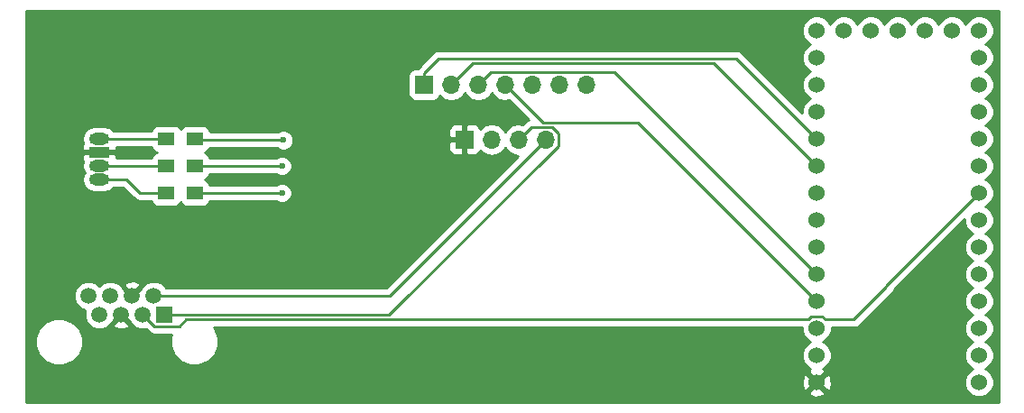
<source format=gtl>
G04 #@! TF.FileFunction,Copper,L1,Top,Signal*
%FSLAX46Y46*%
G04 Gerber Fmt 4.6, Leading zero omitted, Abs format (unit mm)*
G04 Created by KiCad (PCBNEW 4.0.7) date Thursday, May 03, 2018 'PMt' 09:58:57 PM*
%MOMM*%
%LPD*%
G01*
G04 APERTURE LIST*
%ADD10C,0.100000*%
%ADD11R,1.700000X1.700000*%
%ADD12O,1.700000X1.700000*%
%ADD13O,1.905000X1.117600*%
%ADD14R,1.905000X1.117600*%
%ADD15R,1.500000X1.500000*%
%ADD16C,1.500000*%
%ADD17R,1.500000X1.300000*%
%ADD18C,1.524000*%
%ADD19C,0.600000*%
%ADD20C,0.254000*%
G04 APERTURE END LIST*
D10*
D11*
X149845517Y-90242409D03*
D12*
X152385517Y-90242409D03*
X154925517Y-90242409D03*
X157465517Y-90242409D03*
D13*
X115570000Y-90170000D03*
D14*
X115570000Y-91440000D03*
D13*
X115570000Y-92710000D03*
X115570000Y-93980000D03*
D15*
X121680000Y-106680000D03*
D16*
X120660000Y-104900000D03*
X119640000Y-106680000D03*
X118620000Y-104900000D03*
X117600000Y-106680000D03*
X116580000Y-104900000D03*
X115560000Y-106680000D03*
X114540000Y-104900000D03*
D11*
X146050000Y-85090000D03*
D12*
X148590000Y-85090000D03*
X151130000Y-85090000D03*
X153670000Y-85090000D03*
X156210000Y-85090000D03*
X158750000Y-85090000D03*
X161290000Y-85090000D03*
D17*
X121840000Y-90170000D03*
X124540000Y-90170000D03*
X121840000Y-92710000D03*
X124540000Y-92710000D03*
X121840000Y-95250000D03*
X124540000Y-95250000D03*
D18*
X198120000Y-80010000D03*
X198120000Y-82550000D03*
X198120000Y-85090000D03*
X198120000Y-87630000D03*
X198120000Y-90170000D03*
X198120000Y-92710000D03*
X198120000Y-95250000D03*
X198120000Y-113030000D03*
X198120000Y-110490000D03*
X198120000Y-107950000D03*
X198120000Y-105410000D03*
X198120000Y-102870000D03*
X198120000Y-100330000D03*
X198120000Y-97790000D03*
X182880000Y-97790000D03*
X182880000Y-100330000D03*
X182880000Y-102870000D03*
X182880000Y-105410000D03*
X182880000Y-107950000D03*
X182880000Y-110490000D03*
X182880000Y-113030000D03*
X182880000Y-95250000D03*
X182880000Y-92710000D03*
X182880000Y-90170000D03*
X182880000Y-87630000D03*
X182880000Y-85090000D03*
X182880000Y-82550000D03*
X182880000Y-80010000D03*
X185420000Y-80010000D03*
X187960000Y-80010000D03*
X190500000Y-80010000D03*
X193040000Y-80010000D03*
X195580000Y-80010000D03*
D19*
X132842000Y-90297000D03*
X132715000Y-92710000D03*
X132715000Y-95250000D03*
D20*
X115570000Y-92710000D02*
X121840000Y-92710000D01*
X118110000Y-93980000D02*
X119380000Y-95250000D01*
X119380000Y-95250000D02*
X121840000Y-95250000D01*
X115570000Y-93980000D02*
X118110000Y-93980000D01*
X121680000Y-106680000D02*
X142769888Y-106680000D01*
X158642518Y-89677448D02*
X158030478Y-89065408D01*
X142769888Y-106680000D02*
X158642518Y-90807370D01*
X158642518Y-90807370D02*
X158642518Y-89677448D01*
X158030478Y-89065408D02*
X156102518Y-89065408D01*
X156102518Y-89065408D02*
X155775516Y-89392410D01*
X155775516Y-89392410D02*
X154925517Y-90242409D01*
X120660000Y-104900000D02*
X142807926Y-104900000D01*
X142807926Y-104900000D02*
X157465517Y-90242409D01*
X119640000Y-106680000D02*
X120717001Y-107757001D01*
X189410999Y-104086001D02*
X189410999Y-103959001D01*
X120717001Y-107757001D02*
X123071037Y-107757001D01*
X123071037Y-107757001D02*
X123694028Y-107134010D01*
X123694028Y-107134010D02*
X182084268Y-107134010D01*
X183402721Y-106860999D02*
X183675732Y-107134010D01*
X182084268Y-107134010D02*
X182357279Y-106860999D01*
X182357279Y-106860999D02*
X183402721Y-106860999D01*
X183675732Y-107134010D02*
X186362990Y-107134010D01*
X186362990Y-107134010D02*
X189410999Y-104086001D01*
X189410999Y-103959001D02*
X197358001Y-96011999D01*
X197358001Y-96011999D02*
X198120000Y-95250000D01*
X182880000Y-90170000D02*
X175313990Y-82603990D01*
X175313990Y-82603990D02*
X147432010Y-82603990D01*
X147432010Y-82603990D02*
X146050000Y-83986000D01*
X146050000Y-83986000D02*
X146050000Y-85090000D01*
X182880000Y-92710000D02*
X173228000Y-83058000D01*
X173228000Y-83058000D02*
X150622000Y-83058000D01*
X150622000Y-83058000D02*
X149439999Y-84240001D01*
X149439999Y-84240001D02*
X148590000Y-85090000D01*
X182880000Y-102870000D02*
X163922999Y-83912999D01*
X163922999Y-83912999D02*
X152307001Y-83912999D01*
X152307001Y-83912999D02*
X151979999Y-84240001D01*
X151979999Y-84240001D02*
X151130000Y-85090000D01*
X182880000Y-105410000D02*
X166081398Y-88611398D01*
X166081398Y-88611398D02*
X157191398Y-88611398D01*
X157191398Y-88611398D02*
X154519999Y-85939999D01*
X154519999Y-85939999D02*
X153670000Y-85090000D01*
X132842000Y-90297000D02*
X124667000Y-90297000D01*
X124667000Y-90297000D02*
X124540000Y-90170000D01*
X124540000Y-92710000D02*
X132715000Y-92710000D01*
X132715000Y-95250000D02*
X124540000Y-95250000D01*
X115570000Y-90170000D02*
X121840000Y-90170000D01*
G36*
X199950000Y-114860000D02*
X108660000Y-114860000D01*
X108660000Y-114010213D01*
X182079392Y-114010213D01*
X182148857Y-114252397D01*
X182672302Y-114439144D01*
X183227368Y-114411362D01*
X183611143Y-114252397D01*
X183680608Y-114010213D01*
X182880000Y-113209605D01*
X182079392Y-114010213D01*
X108660000Y-114010213D01*
X108660000Y-112822302D01*
X181470856Y-112822302D01*
X181498638Y-113377368D01*
X181657603Y-113761143D01*
X181899787Y-113830608D01*
X182700395Y-113030000D01*
X183059605Y-113030000D01*
X183860213Y-113830608D01*
X184102397Y-113761143D01*
X184289144Y-113237698D01*
X184261362Y-112682632D01*
X184102397Y-112298857D01*
X183860213Y-112229392D01*
X183059605Y-113030000D01*
X182700395Y-113030000D01*
X181899787Y-112229392D01*
X181657603Y-112298857D01*
X181470856Y-112822302D01*
X108660000Y-112822302D01*
X108660000Y-109662619D01*
X109524613Y-109662619D01*
X109864155Y-110484372D01*
X110492321Y-111113636D01*
X111313481Y-111454611D01*
X112202619Y-111455387D01*
X113024372Y-111115845D01*
X113653636Y-110487679D01*
X113994611Y-109666519D01*
X113995387Y-108777381D01*
X113655845Y-107955628D01*
X113027679Y-107326364D01*
X112206519Y-106985389D01*
X111317381Y-106984613D01*
X110495628Y-107324155D01*
X109866364Y-107952321D01*
X109525389Y-108773481D01*
X109524613Y-109662619D01*
X108660000Y-109662619D01*
X108660000Y-105174285D01*
X113154760Y-105174285D01*
X113365169Y-105683515D01*
X113754436Y-106073461D01*
X114230174Y-106271005D01*
X114175241Y-106403298D01*
X114174760Y-106954285D01*
X114385169Y-107463515D01*
X114774436Y-107853461D01*
X115283298Y-108064759D01*
X115834285Y-108065240D01*
X116343515Y-107854831D01*
X116547183Y-107651517D01*
X116808088Y-107651517D01*
X116876077Y-107892460D01*
X117395171Y-108077201D01*
X117945448Y-108049230D01*
X118323923Y-107892460D01*
X118391912Y-107651517D01*
X117600000Y-106859605D01*
X116808088Y-107651517D01*
X116547183Y-107651517D01*
X116733461Y-107465564D01*
X116803497Y-107296898D01*
X117420395Y-106680000D01*
X117406253Y-106665858D01*
X117585858Y-106486253D01*
X117600000Y-106500395D01*
X117614143Y-106486253D01*
X117793748Y-106665858D01*
X117779605Y-106680000D01*
X118396199Y-107296594D01*
X118465169Y-107463515D01*
X118854436Y-107853461D01*
X119363298Y-108064759D01*
X119914285Y-108065240D01*
X119937866Y-108055497D01*
X120178185Y-108295816D01*
X120425396Y-108460997D01*
X120717001Y-108519001D01*
X122331058Y-108519001D01*
X122225389Y-108773481D01*
X122224613Y-109662619D01*
X122564155Y-110484372D01*
X123192321Y-111113636D01*
X124013481Y-111454611D01*
X124902619Y-111455387D01*
X125724372Y-111115845D01*
X126353636Y-110487679D01*
X126694611Y-109666519D01*
X126695387Y-108777381D01*
X126355845Y-107955628D01*
X126296331Y-107896010D01*
X181483047Y-107896010D01*
X181482758Y-108226661D01*
X181694990Y-108740303D01*
X182087630Y-109133629D01*
X182295512Y-109219949D01*
X182089697Y-109304990D01*
X181696371Y-109697630D01*
X181483243Y-110210900D01*
X181482758Y-110766661D01*
X181694990Y-111280303D01*
X182087630Y-111673629D01*
X182279727Y-111753395D01*
X182148857Y-111807603D01*
X182079392Y-112049787D01*
X182880000Y-112850395D01*
X183680608Y-112049787D01*
X183611143Y-111807603D01*
X183470682Y-111757491D01*
X183670303Y-111675010D01*
X184063629Y-111282370D01*
X184276757Y-110769100D01*
X184277242Y-110213339D01*
X184065010Y-109699697D01*
X183672370Y-109306371D01*
X183464488Y-109220051D01*
X183670303Y-109135010D01*
X184063629Y-108742370D01*
X184276757Y-108229100D01*
X184277048Y-107896010D01*
X186362990Y-107896010D01*
X186654595Y-107838006D01*
X186901805Y-107672825D01*
X189949815Y-104624816D01*
X190048833Y-104476624D01*
X190114995Y-104377606D01*
X190126161Y-104321469D01*
X196723057Y-97724573D01*
X196722758Y-98066661D01*
X196934990Y-98580303D01*
X197327630Y-98973629D01*
X197535512Y-99059949D01*
X197329697Y-99144990D01*
X196936371Y-99537630D01*
X196723243Y-100050900D01*
X196722758Y-100606661D01*
X196934990Y-101120303D01*
X197327630Y-101513629D01*
X197535512Y-101599949D01*
X197329697Y-101684990D01*
X196936371Y-102077630D01*
X196723243Y-102590900D01*
X196722758Y-103146661D01*
X196934990Y-103660303D01*
X197327630Y-104053629D01*
X197535512Y-104139949D01*
X197329697Y-104224990D01*
X196936371Y-104617630D01*
X196723243Y-105130900D01*
X196722758Y-105686661D01*
X196934990Y-106200303D01*
X197327630Y-106593629D01*
X197535512Y-106679949D01*
X197329697Y-106764990D01*
X196936371Y-107157630D01*
X196723243Y-107670900D01*
X196722758Y-108226661D01*
X196934990Y-108740303D01*
X197327630Y-109133629D01*
X197535512Y-109219949D01*
X197329697Y-109304990D01*
X196936371Y-109697630D01*
X196723243Y-110210900D01*
X196722758Y-110766661D01*
X196934990Y-111280303D01*
X197327630Y-111673629D01*
X197535512Y-111759949D01*
X197329697Y-111844990D01*
X196936371Y-112237630D01*
X196723243Y-112750900D01*
X196722758Y-113306661D01*
X196934990Y-113820303D01*
X197327630Y-114213629D01*
X197840900Y-114426757D01*
X198396661Y-114427242D01*
X198910303Y-114215010D01*
X199303629Y-113822370D01*
X199516757Y-113309100D01*
X199517242Y-112753339D01*
X199305010Y-112239697D01*
X198912370Y-111846371D01*
X198704488Y-111760051D01*
X198910303Y-111675010D01*
X199303629Y-111282370D01*
X199516757Y-110769100D01*
X199517242Y-110213339D01*
X199305010Y-109699697D01*
X198912370Y-109306371D01*
X198704488Y-109220051D01*
X198910303Y-109135010D01*
X199303629Y-108742370D01*
X199516757Y-108229100D01*
X199517242Y-107673339D01*
X199305010Y-107159697D01*
X198912370Y-106766371D01*
X198704488Y-106680051D01*
X198910303Y-106595010D01*
X199303629Y-106202370D01*
X199516757Y-105689100D01*
X199517242Y-105133339D01*
X199305010Y-104619697D01*
X198912370Y-104226371D01*
X198704488Y-104140051D01*
X198910303Y-104055010D01*
X199303629Y-103662370D01*
X199516757Y-103149100D01*
X199517242Y-102593339D01*
X199305010Y-102079697D01*
X198912370Y-101686371D01*
X198704488Y-101600051D01*
X198910303Y-101515010D01*
X199303629Y-101122370D01*
X199516757Y-100609100D01*
X199517242Y-100053339D01*
X199305010Y-99539697D01*
X198912370Y-99146371D01*
X198704488Y-99060051D01*
X198910303Y-98975010D01*
X199303629Y-98582370D01*
X199516757Y-98069100D01*
X199517242Y-97513339D01*
X199305010Y-96999697D01*
X198912370Y-96606371D01*
X198704488Y-96520051D01*
X198910303Y-96435010D01*
X199303629Y-96042370D01*
X199516757Y-95529100D01*
X199517242Y-94973339D01*
X199305010Y-94459697D01*
X198912370Y-94066371D01*
X198704488Y-93980051D01*
X198910303Y-93895010D01*
X199303629Y-93502370D01*
X199516757Y-92989100D01*
X199517242Y-92433339D01*
X199305010Y-91919697D01*
X198912370Y-91526371D01*
X198704488Y-91440051D01*
X198910303Y-91355010D01*
X199303629Y-90962370D01*
X199516757Y-90449100D01*
X199517242Y-89893339D01*
X199305010Y-89379697D01*
X198912370Y-88986371D01*
X198704488Y-88900051D01*
X198910303Y-88815010D01*
X199303629Y-88422370D01*
X199516757Y-87909100D01*
X199517242Y-87353339D01*
X199305010Y-86839697D01*
X198912370Y-86446371D01*
X198704488Y-86360051D01*
X198910303Y-86275010D01*
X199303629Y-85882370D01*
X199516757Y-85369100D01*
X199517242Y-84813339D01*
X199305010Y-84299697D01*
X198912370Y-83906371D01*
X198704488Y-83820051D01*
X198910303Y-83735010D01*
X199303629Y-83342370D01*
X199516757Y-82829100D01*
X199517242Y-82273339D01*
X199305010Y-81759697D01*
X198912370Y-81366371D01*
X198704488Y-81280051D01*
X198910303Y-81195010D01*
X199303629Y-80802370D01*
X199516757Y-80289100D01*
X199517242Y-79733339D01*
X199305010Y-79219697D01*
X198912370Y-78826371D01*
X198399100Y-78613243D01*
X197843339Y-78612758D01*
X197329697Y-78824990D01*
X196936371Y-79217630D01*
X196850051Y-79425512D01*
X196765010Y-79219697D01*
X196372370Y-78826371D01*
X195859100Y-78613243D01*
X195303339Y-78612758D01*
X194789697Y-78824990D01*
X194396371Y-79217630D01*
X194310051Y-79425512D01*
X194225010Y-79219697D01*
X193832370Y-78826371D01*
X193319100Y-78613243D01*
X192763339Y-78612758D01*
X192249697Y-78824990D01*
X191856371Y-79217630D01*
X191770051Y-79425512D01*
X191685010Y-79219697D01*
X191292370Y-78826371D01*
X190779100Y-78613243D01*
X190223339Y-78612758D01*
X189709697Y-78824990D01*
X189316371Y-79217630D01*
X189230051Y-79425512D01*
X189145010Y-79219697D01*
X188752370Y-78826371D01*
X188239100Y-78613243D01*
X187683339Y-78612758D01*
X187169697Y-78824990D01*
X186776371Y-79217630D01*
X186690051Y-79425512D01*
X186605010Y-79219697D01*
X186212370Y-78826371D01*
X185699100Y-78613243D01*
X185143339Y-78612758D01*
X184629697Y-78824990D01*
X184236371Y-79217630D01*
X184150051Y-79425512D01*
X184065010Y-79219697D01*
X183672370Y-78826371D01*
X183159100Y-78613243D01*
X182603339Y-78612758D01*
X182089697Y-78824990D01*
X181696371Y-79217630D01*
X181483243Y-79730900D01*
X181482758Y-80286661D01*
X181694990Y-80800303D01*
X182087630Y-81193629D01*
X182295512Y-81279949D01*
X182089697Y-81364990D01*
X181696371Y-81757630D01*
X181483243Y-82270900D01*
X181482758Y-82826661D01*
X181694990Y-83340303D01*
X182087630Y-83733629D01*
X182295512Y-83819949D01*
X182089697Y-83904990D01*
X181696371Y-84297630D01*
X181483243Y-84810900D01*
X181482758Y-85366661D01*
X181694990Y-85880303D01*
X182087630Y-86273629D01*
X182295512Y-86359949D01*
X182089697Y-86444990D01*
X181696371Y-86837630D01*
X181483243Y-87350900D01*
X181482942Y-87695312D01*
X175852805Y-82065175D01*
X175605595Y-81899994D01*
X175313990Y-81841990D01*
X147432010Y-81841990D01*
X147140405Y-81899994D01*
X146893194Y-82065175D01*
X145511185Y-83447185D01*
X145414048Y-83592560D01*
X145200000Y-83592560D01*
X144964683Y-83636838D01*
X144748559Y-83775910D01*
X144603569Y-83988110D01*
X144552560Y-84240000D01*
X144552560Y-85940000D01*
X144596838Y-86175317D01*
X144735910Y-86391441D01*
X144948110Y-86536431D01*
X145200000Y-86587440D01*
X146900000Y-86587440D01*
X147135317Y-86543162D01*
X147351441Y-86404090D01*
X147496431Y-86191890D01*
X147510086Y-86124459D01*
X147539946Y-86169147D01*
X148021715Y-86491054D01*
X148590000Y-86604093D01*
X149158285Y-86491054D01*
X149640054Y-86169147D01*
X149860000Y-85839974D01*
X150079946Y-86169147D01*
X150561715Y-86491054D01*
X151130000Y-86604093D01*
X151698285Y-86491054D01*
X152180054Y-86169147D01*
X152400000Y-85839974D01*
X152619946Y-86169147D01*
X153101715Y-86491054D01*
X153670000Y-86604093D01*
X154034049Y-86531679D01*
X155855010Y-88352641D01*
X155810913Y-88361412D01*
X155722777Y-88420303D01*
X155563703Y-88526592D01*
X155289566Y-88800730D01*
X154925517Y-88728316D01*
X154357232Y-88841355D01*
X153875463Y-89163262D01*
X153655517Y-89492435D01*
X153435571Y-89163262D01*
X152953802Y-88841355D01*
X152385517Y-88728316D01*
X151817232Y-88841355D01*
X151335463Y-89163262D01*
X151306114Y-89207186D01*
X151233844Y-89032711D01*
X151055216Y-88854082D01*
X150821827Y-88757409D01*
X150131267Y-88757409D01*
X149972517Y-88916159D01*
X149972517Y-90115409D01*
X149992517Y-90115409D01*
X149992517Y-90369409D01*
X149972517Y-90369409D01*
X149972517Y-91568659D01*
X150131267Y-91727409D01*
X150821827Y-91727409D01*
X151055216Y-91630736D01*
X151233844Y-91452107D01*
X151306114Y-91277632D01*
X151335463Y-91321556D01*
X151817232Y-91643463D01*
X152385517Y-91756502D01*
X152953802Y-91643463D01*
X153435571Y-91321556D01*
X153655517Y-90992383D01*
X153875463Y-91321556D01*
X154357232Y-91643463D01*
X154882375Y-91747921D01*
X142492296Y-104138000D01*
X121843721Y-104138000D01*
X121834831Y-104116485D01*
X121445564Y-103726539D01*
X120936702Y-103515241D01*
X120385715Y-103514760D01*
X119876485Y-103725169D01*
X119486539Y-104114436D01*
X119416503Y-104283102D01*
X118799605Y-104900000D01*
X118813748Y-104914143D01*
X118634143Y-105093748D01*
X118620000Y-105079605D01*
X118605858Y-105093748D01*
X118426253Y-104914143D01*
X118440395Y-104900000D01*
X117823801Y-104283406D01*
X117754831Y-104116485D01*
X117567157Y-103928483D01*
X117828088Y-103928483D01*
X118620000Y-104720395D01*
X119411912Y-103928483D01*
X119343923Y-103687540D01*
X118824829Y-103502799D01*
X118274552Y-103530770D01*
X117896077Y-103687540D01*
X117828088Y-103928483D01*
X117567157Y-103928483D01*
X117365564Y-103726539D01*
X116856702Y-103515241D01*
X116305715Y-103514760D01*
X115796485Y-103725169D01*
X115559929Y-103961313D01*
X115325564Y-103726539D01*
X114816702Y-103515241D01*
X114265715Y-103514760D01*
X113756485Y-103725169D01*
X113366539Y-104114436D01*
X113155241Y-104623298D01*
X113154760Y-105174285D01*
X108660000Y-105174285D01*
X108660000Y-90170000D01*
X113951399Y-90170000D01*
X114040087Y-90615863D01*
X113982500Y-90754890D01*
X113982500Y-91154250D01*
X114141250Y-91313000D01*
X114889812Y-91313000D01*
X115145199Y-91363800D01*
X115994801Y-91363800D01*
X116250188Y-91313000D01*
X116998750Y-91313000D01*
X117157500Y-91154250D01*
X117157500Y-90932000D01*
X120463634Y-90932000D01*
X120486838Y-91055317D01*
X120625910Y-91271441D01*
X120838110Y-91416431D01*
X120949523Y-91438993D01*
X120854683Y-91456838D01*
X120638559Y-91595910D01*
X120493569Y-91808110D01*
X120465241Y-91948000D01*
X117157500Y-91948000D01*
X117157500Y-91725750D01*
X116998750Y-91567000D01*
X116250188Y-91567000D01*
X115994801Y-91516200D01*
X115145199Y-91516200D01*
X114889812Y-91567000D01*
X114141250Y-91567000D01*
X113982500Y-91725750D01*
X113982500Y-92125110D01*
X114040087Y-92264137D01*
X113951399Y-92710000D01*
X114042272Y-93166847D01*
X114161310Y-93345000D01*
X114042272Y-93523153D01*
X113951399Y-93980000D01*
X114042272Y-94436847D01*
X114301055Y-94824144D01*
X114688352Y-95082927D01*
X115145199Y-95173800D01*
X115994801Y-95173800D01*
X116451648Y-95082927D01*
X116838945Y-94824144D01*
X116893832Y-94742000D01*
X117794370Y-94742000D01*
X118841184Y-95788815D01*
X119088395Y-95953996D01*
X119380000Y-96012000D01*
X120463634Y-96012000D01*
X120486838Y-96135317D01*
X120625910Y-96351441D01*
X120838110Y-96496431D01*
X121090000Y-96547440D01*
X122590000Y-96547440D01*
X122825317Y-96503162D01*
X123041441Y-96364090D01*
X123186431Y-96151890D01*
X123189081Y-96138803D01*
X123325910Y-96351441D01*
X123538110Y-96496431D01*
X123790000Y-96547440D01*
X125290000Y-96547440D01*
X125525317Y-96503162D01*
X125741441Y-96364090D01*
X125886431Y-96151890D01*
X125914759Y-96012000D01*
X132154534Y-96012000D01*
X132184673Y-96042192D01*
X132528201Y-96184838D01*
X132900167Y-96185162D01*
X133243943Y-96043117D01*
X133507192Y-95780327D01*
X133649838Y-95436799D01*
X133650162Y-95064833D01*
X133508117Y-94721057D01*
X133245327Y-94457808D01*
X132901799Y-94315162D01*
X132529833Y-94314838D01*
X132186057Y-94456883D01*
X132154886Y-94488000D01*
X125916366Y-94488000D01*
X125893162Y-94364683D01*
X125754090Y-94148559D01*
X125541890Y-94003569D01*
X125430477Y-93981007D01*
X125525317Y-93963162D01*
X125741441Y-93824090D01*
X125886431Y-93611890D01*
X125914759Y-93472000D01*
X132154534Y-93472000D01*
X132184673Y-93502192D01*
X132528201Y-93644838D01*
X132900167Y-93645162D01*
X133243943Y-93503117D01*
X133507192Y-93240327D01*
X133649838Y-92896799D01*
X133650162Y-92524833D01*
X133508117Y-92181057D01*
X133245327Y-91917808D01*
X132901799Y-91775162D01*
X132529833Y-91774838D01*
X132186057Y-91916883D01*
X132154886Y-91948000D01*
X125916366Y-91948000D01*
X125893162Y-91824683D01*
X125754090Y-91608559D01*
X125541890Y-91463569D01*
X125430477Y-91441007D01*
X125525317Y-91423162D01*
X125741441Y-91284090D01*
X125886431Y-91071890D01*
X125889041Y-91059000D01*
X132281534Y-91059000D01*
X132311673Y-91089192D01*
X132655201Y-91231838D01*
X133027167Y-91232162D01*
X133370943Y-91090117D01*
X133634192Y-90827327D01*
X133758418Y-90528159D01*
X148360517Y-90528159D01*
X148360517Y-91218718D01*
X148457190Y-91452107D01*
X148635818Y-91630736D01*
X148869207Y-91727409D01*
X149559767Y-91727409D01*
X149718517Y-91568659D01*
X149718517Y-90369409D01*
X148519267Y-90369409D01*
X148360517Y-90528159D01*
X133758418Y-90528159D01*
X133776838Y-90483799D01*
X133777162Y-90111833D01*
X133635117Y-89768057D01*
X133372327Y-89504808D01*
X133028799Y-89362162D01*
X132656833Y-89361838D01*
X132313057Y-89503883D01*
X132281886Y-89535000D01*
X125937440Y-89535000D01*
X125937440Y-89520000D01*
X125893162Y-89284683D01*
X125881205Y-89266100D01*
X148360517Y-89266100D01*
X148360517Y-89956659D01*
X148519267Y-90115409D01*
X149718517Y-90115409D01*
X149718517Y-88916159D01*
X149559767Y-88757409D01*
X148869207Y-88757409D01*
X148635818Y-88854082D01*
X148457190Y-89032711D01*
X148360517Y-89266100D01*
X125881205Y-89266100D01*
X125754090Y-89068559D01*
X125541890Y-88923569D01*
X125290000Y-88872560D01*
X123790000Y-88872560D01*
X123554683Y-88916838D01*
X123338559Y-89055910D01*
X123193569Y-89268110D01*
X123190919Y-89281197D01*
X123054090Y-89068559D01*
X122841890Y-88923569D01*
X122590000Y-88872560D01*
X121090000Y-88872560D01*
X120854683Y-88916838D01*
X120638559Y-89055910D01*
X120493569Y-89268110D01*
X120465241Y-89408000D01*
X116893832Y-89408000D01*
X116838945Y-89325856D01*
X116451648Y-89067073D01*
X115994801Y-88976200D01*
X115145199Y-88976200D01*
X114688352Y-89067073D01*
X114301055Y-89325856D01*
X114042272Y-89713153D01*
X113951399Y-90170000D01*
X108660000Y-90170000D01*
X108660000Y-78180000D01*
X199950000Y-78180000D01*
X199950000Y-114860000D01*
X199950000Y-114860000D01*
G37*
X199950000Y-114860000D02*
X108660000Y-114860000D01*
X108660000Y-114010213D01*
X182079392Y-114010213D01*
X182148857Y-114252397D01*
X182672302Y-114439144D01*
X183227368Y-114411362D01*
X183611143Y-114252397D01*
X183680608Y-114010213D01*
X182880000Y-113209605D01*
X182079392Y-114010213D01*
X108660000Y-114010213D01*
X108660000Y-112822302D01*
X181470856Y-112822302D01*
X181498638Y-113377368D01*
X181657603Y-113761143D01*
X181899787Y-113830608D01*
X182700395Y-113030000D01*
X183059605Y-113030000D01*
X183860213Y-113830608D01*
X184102397Y-113761143D01*
X184289144Y-113237698D01*
X184261362Y-112682632D01*
X184102397Y-112298857D01*
X183860213Y-112229392D01*
X183059605Y-113030000D01*
X182700395Y-113030000D01*
X181899787Y-112229392D01*
X181657603Y-112298857D01*
X181470856Y-112822302D01*
X108660000Y-112822302D01*
X108660000Y-109662619D01*
X109524613Y-109662619D01*
X109864155Y-110484372D01*
X110492321Y-111113636D01*
X111313481Y-111454611D01*
X112202619Y-111455387D01*
X113024372Y-111115845D01*
X113653636Y-110487679D01*
X113994611Y-109666519D01*
X113995387Y-108777381D01*
X113655845Y-107955628D01*
X113027679Y-107326364D01*
X112206519Y-106985389D01*
X111317381Y-106984613D01*
X110495628Y-107324155D01*
X109866364Y-107952321D01*
X109525389Y-108773481D01*
X109524613Y-109662619D01*
X108660000Y-109662619D01*
X108660000Y-105174285D01*
X113154760Y-105174285D01*
X113365169Y-105683515D01*
X113754436Y-106073461D01*
X114230174Y-106271005D01*
X114175241Y-106403298D01*
X114174760Y-106954285D01*
X114385169Y-107463515D01*
X114774436Y-107853461D01*
X115283298Y-108064759D01*
X115834285Y-108065240D01*
X116343515Y-107854831D01*
X116547183Y-107651517D01*
X116808088Y-107651517D01*
X116876077Y-107892460D01*
X117395171Y-108077201D01*
X117945448Y-108049230D01*
X118323923Y-107892460D01*
X118391912Y-107651517D01*
X117600000Y-106859605D01*
X116808088Y-107651517D01*
X116547183Y-107651517D01*
X116733461Y-107465564D01*
X116803497Y-107296898D01*
X117420395Y-106680000D01*
X117406253Y-106665858D01*
X117585858Y-106486253D01*
X117600000Y-106500395D01*
X117614143Y-106486253D01*
X117793748Y-106665858D01*
X117779605Y-106680000D01*
X118396199Y-107296594D01*
X118465169Y-107463515D01*
X118854436Y-107853461D01*
X119363298Y-108064759D01*
X119914285Y-108065240D01*
X119937866Y-108055497D01*
X120178185Y-108295816D01*
X120425396Y-108460997D01*
X120717001Y-108519001D01*
X122331058Y-108519001D01*
X122225389Y-108773481D01*
X122224613Y-109662619D01*
X122564155Y-110484372D01*
X123192321Y-111113636D01*
X124013481Y-111454611D01*
X124902619Y-111455387D01*
X125724372Y-111115845D01*
X126353636Y-110487679D01*
X126694611Y-109666519D01*
X126695387Y-108777381D01*
X126355845Y-107955628D01*
X126296331Y-107896010D01*
X181483047Y-107896010D01*
X181482758Y-108226661D01*
X181694990Y-108740303D01*
X182087630Y-109133629D01*
X182295512Y-109219949D01*
X182089697Y-109304990D01*
X181696371Y-109697630D01*
X181483243Y-110210900D01*
X181482758Y-110766661D01*
X181694990Y-111280303D01*
X182087630Y-111673629D01*
X182279727Y-111753395D01*
X182148857Y-111807603D01*
X182079392Y-112049787D01*
X182880000Y-112850395D01*
X183680608Y-112049787D01*
X183611143Y-111807603D01*
X183470682Y-111757491D01*
X183670303Y-111675010D01*
X184063629Y-111282370D01*
X184276757Y-110769100D01*
X184277242Y-110213339D01*
X184065010Y-109699697D01*
X183672370Y-109306371D01*
X183464488Y-109220051D01*
X183670303Y-109135010D01*
X184063629Y-108742370D01*
X184276757Y-108229100D01*
X184277048Y-107896010D01*
X186362990Y-107896010D01*
X186654595Y-107838006D01*
X186901805Y-107672825D01*
X189949815Y-104624816D01*
X190048833Y-104476624D01*
X190114995Y-104377606D01*
X190126161Y-104321469D01*
X196723057Y-97724573D01*
X196722758Y-98066661D01*
X196934990Y-98580303D01*
X197327630Y-98973629D01*
X197535512Y-99059949D01*
X197329697Y-99144990D01*
X196936371Y-99537630D01*
X196723243Y-100050900D01*
X196722758Y-100606661D01*
X196934990Y-101120303D01*
X197327630Y-101513629D01*
X197535512Y-101599949D01*
X197329697Y-101684990D01*
X196936371Y-102077630D01*
X196723243Y-102590900D01*
X196722758Y-103146661D01*
X196934990Y-103660303D01*
X197327630Y-104053629D01*
X197535512Y-104139949D01*
X197329697Y-104224990D01*
X196936371Y-104617630D01*
X196723243Y-105130900D01*
X196722758Y-105686661D01*
X196934990Y-106200303D01*
X197327630Y-106593629D01*
X197535512Y-106679949D01*
X197329697Y-106764990D01*
X196936371Y-107157630D01*
X196723243Y-107670900D01*
X196722758Y-108226661D01*
X196934990Y-108740303D01*
X197327630Y-109133629D01*
X197535512Y-109219949D01*
X197329697Y-109304990D01*
X196936371Y-109697630D01*
X196723243Y-110210900D01*
X196722758Y-110766661D01*
X196934990Y-111280303D01*
X197327630Y-111673629D01*
X197535512Y-111759949D01*
X197329697Y-111844990D01*
X196936371Y-112237630D01*
X196723243Y-112750900D01*
X196722758Y-113306661D01*
X196934990Y-113820303D01*
X197327630Y-114213629D01*
X197840900Y-114426757D01*
X198396661Y-114427242D01*
X198910303Y-114215010D01*
X199303629Y-113822370D01*
X199516757Y-113309100D01*
X199517242Y-112753339D01*
X199305010Y-112239697D01*
X198912370Y-111846371D01*
X198704488Y-111760051D01*
X198910303Y-111675010D01*
X199303629Y-111282370D01*
X199516757Y-110769100D01*
X199517242Y-110213339D01*
X199305010Y-109699697D01*
X198912370Y-109306371D01*
X198704488Y-109220051D01*
X198910303Y-109135010D01*
X199303629Y-108742370D01*
X199516757Y-108229100D01*
X199517242Y-107673339D01*
X199305010Y-107159697D01*
X198912370Y-106766371D01*
X198704488Y-106680051D01*
X198910303Y-106595010D01*
X199303629Y-106202370D01*
X199516757Y-105689100D01*
X199517242Y-105133339D01*
X199305010Y-104619697D01*
X198912370Y-104226371D01*
X198704488Y-104140051D01*
X198910303Y-104055010D01*
X199303629Y-103662370D01*
X199516757Y-103149100D01*
X199517242Y-102593339D01*
X199305010Y-102079697D01*
X198912370Y-101686371D01*
X198704488Y-101600051D01*
X198910303Y-101515010D01*
X199303629Y-101122370D01*
X199516757Y-100609100D01*
X199517242Y-100053339D01*
X199305010Y-99539697D01*
X198912370Y-99146371D01*
X198704488Y-99060051D01*
X198910303Y-98975010D01*
X199303629Y-98582370D01*
X199516757Y-98069100D01*
X199517242Y-97513339D01*
X199305010Y-96999697D01*
X198912370Y-96606371D01*
X198704488Y-96520051D01*
X198910303Y-96435010D01*
X199303629Y-96042370D01*
X199516757Y-95529100D01*
X199517242Y-94973339D01*
X199305010Y-94459697D01*
X198912370Y-94066371D01*
X198704488Y-93980051D01*
X198910303Y-93895010D01*
X199303629Y-93502370D01*
X199516757Y-92989100D01*
X199517242Y-92433339D01*
X199305010Y-91919697D01*
X198912370Y-91526371D01*
X198704488Y-91440051D01*
X198910303Y-91355010D01*
X199303629Y-90962370D01*
X199516757Y-90449100D01*
X199517242Y-89893339D01*
X199305010Y-89379697D01*
X198912370Y-88986371D01*
X198704488Y-88900051D01*
X198910303Y-88815010D01*
X199303629Y-88422370D01*
X199516757Y-87909100D01*
X199517242Y-87353339D01*
X199305010Y-86839697D01*
X198912370Y-86446371D01*
X198704488Y-86360051D01*
X198910303Y-86275010D01*
X199303629Y-85882370D01*
X199516757Y-85369100D01*
X199517242Y-84813339D01*
X199305010Y-84299697D01*
X198912370Y-83906371D01*
X198704488Y-83820051D01*
X198910303Y-83735010D01*
X199303629Y-83342370D01*
X199516757Y-82829100D01*
X199517242Y-82273339D01*
X199305010Y-81759697D01*
X198912370Y-81366371D01*
X198704488Y-81280051D01*
X198910303Y-81195010D01*
X199303629Y-80802370D01*
X199516757Y-80289100D01*
X199517242Y-79733339D01*
X199305010Y-79219697D01*
X198912370Y-78826371D01*
X198399100Y-78613243D01*
X197843339Y-78612758D01*
X197329697Y-78824990D01*
X196936371Y-79217630D01*
X196850051Y-79425512D01*
X196765010Y-79219697D01*
X196372370Y-78826371D01*
X195859100Y-78613243D01*
X195303339Y-78612758D01*
X194789697Y-78824990D01*
X194396371Y-79217630D01*
X194310051Y-79425512D01*
X194225010Y-79219697D01*
X193832370Y-78826371D01*
X193319100Y-78613243D01*
X192763339Y-78612758D01*
X192249697Y-78824990D01*
X191856371Y-79217630D01*
X191770051Y-79425512D01*
X191685010Y-79219697D01*
X191292370Y-78826371D01*
X190779100Y-78613243D01*
X190223339Y-78612758D01*
X189709697Y-78824990D01*
X189316371Y-79217630D01*
X189230051Y-79425512D01*
X189145010Y-79219697D01*
X188752370Y-78826371D01*
X188239100Y-78613243D01*
X187683339Y-78612758D01*
X187169697Y-78824990D01*
X186776371Y-79217630D01*
X186690051Y-79425512D01*
X186605010Y-79219697D01*
X186212370Y-78826371D01*
X185699100Y-78613243D01*
X185143339Y-78612758D01*
X184629697Y-78824990D01*
X184236371Y-79217630D01*
X184150051Y-79425512D01*
X184065010Y-79219697D01*
X183672370Y-78826371D01*
X183159100Y-78613243D01*
X182603339Y-78612758D01*
X182089697Y-78824990D01*
X181696371Y-79217630D01*
X181483243Y-79730900D01*
X181482758Y-80286661D01*
X181694990Y-80800303D01*
X182087630Y-81193629D01*
X182295512Y-81279949D01*
X182089697Y-81364990D01*
X181696371Y-81757630D01*
X181483243Y-82270900D01*
X181482758Y-82826661D01*
X181694990Y-83340303D01*
X182087630Y-83733629D01*
X182295512Y-83819949D01*
X182089697Y-83904990D01*
X181696371Y-84297630D01*
X181483243Y-84810900D01*
X181482758Y-85366661D01*
X181694990Y-85880303D01*
X182087630Y-86273629D01*
X182295512Y-86359949D01*
X182089697Y-86444990D01*
X181696371Y-86837630D01*
X181483243Y-87350900D01*
X181482942Y-87695312D01*
X175852805Y-82065175D01*
X175605595Y-81899994D01*
X175313990Y-81841990D01*
X147432010Y-81841990D01*
X147140405Y-81899994D01*
X146893194Y-82065175D01*
X145511185Y-83447185D01*
X145414048Y-83592560D01*
X145200000Y-83592560D01*
X144964683Y-83636838D01*
X144748559Y-83775910D01*
X144603569Y-83988110D01*
X144552560Y-84240000D01*
X144552560Y-85940000D01*
X144596838Y-86175317D01*
X144735910Y-86391441D01*
X144948110Y-86536431D01*
X145200000Y-86587440D01*
X146900000Y-86587440D01*
X147135317Y-86543162D01*
X147351441Y-86404090D01*
X147496431Y-86191890D01*
X147510086Y-86124459D01*
X147539946Y-86169147D01*
X148021715Y-86491054D01*
X148590000Y-86604093D01*
X149158285Y-86491054D01*
X149640054Y-86169147D01*
X149860000Y-85839974D01*
X150079946Y-86169147D01*
X150561715Y-86491054D01*
X151130000Y-86604093D01*
X151698285Y-86491054D01*
X152180054Y-86169147D01*
X152400000Y-85839974D01*
X152619946Y-86169147D01*
X153101715Y-86491054D01*
X153670000Y-86604093D01*
X154034049Y-86531679D01*
X155855010Y-88352641D01*
X155810913Y-88361412D01*
X155722777Y-88420303D01*
X155563703Y-88526592D01*
X155289566Y-88800730D01*
X154925517Y-88728316D01*
X154357232Y-88841355D01*
X153875463Y-89163262D01*
X153655517Y-89492435D01*
X153435571Y-89163262D01*
X152953802Y-88841355D01*
X152385517Y-88728316D01*
X151817232Y-88841355D01*
X151335463Y-89163262D01*
X151306114Y-89207186D01*
X151233844Y-89032711D01*
X151055216Y-88854082D01*
X150821827Y-88757409D01*
X150131267Y-88757409D01*
X149972517Y-88916159D01*
X149972517Y-90115409D01*
X149992517Y-90115409D01*
X149992517Y-90369409D01*
X149972517Y-90369409D01*
X149972517Y-91568659D01*
X150131267Y-91727409D01*
X150821827Y-91727409D01*
X151055216Y-91630736D01*
X151233844Y-91452107D01*
X151306114Y-91277632D01*
X151335463Y-91321556D01*
X151817232Y-91643463D01*
X152385517Y-91756502D01*
X152953802Y-91643463D01*
X153435571Y-91321556D01*
X153655517Y-90992383D01*
X153875463Y-91321556D01*
X154357232Y-91643463D01*
X154882375Y-91747921D01*
X142492296Y-104138000D01*
X121843721Y-104138000D01*
X121834831Y-104116485D01*
X121445564Y-103726539D01*
X120936702Y-103515241D01*
X120385715Y-103514760D01*
X119876485Y-103725169D01*
X119486539Y-104114436D01*
X119416503Y-104283102D01*
X118799605Y-104900000D01*
X118813748Y-104914143D01*
X118634143Y-105093748D01*
X118620000Y-105079605D01*
X118605858Y-105093748D01*
X118426253Y-104914143D01*
X118440395Y-104900000D01*
X117823801Y-104283406D01*
X117754831Y-104116485D01*
X117567157Y-103928483D01*
X117828088Y-103928483D01*
X118620000Y-104720395D01*
X119411912Y-103928483D01*
X119343923Y-103687540D01*
X118824829Y-103502799D01*
X118274552Y-103530770D01*
X117896077Y-103687540D01*
X117828088Y-103928483D01*
X117567157Y-103928483D01*
X117365564Y-103726539D01*
X116856702Y-103515241D01*
X116305715Y-103514760D01*
X115796485Y-103725169D01*
X115559929Y-103961313D01*
X115325564Y-103726539D01*
X114816702Y-103515241D01*
X114265715Y-103514760D01*
X113756485Y-103725169D01*
X113366539Y-104114436D01*
X113155241Y-104623298D01*
X113154760Y-105174285D01*
X108660000Y-105174285D01*
X108660000Y-90170000D01*
X113951399Y-90170000D01*
X114040087Y-90615863D01*
X113982500Y-90754890D01*
X113982500Y-91154250D01*
X114141250Y-91313000D01*
X114889812Y-91313000D01*
X115145199Y-91363800D01*
X115994801Y-91363800D01*
X116250188Y-91313000D01*
X116998750Y-91313000D01*
X117157500Y-91154250D01*
X117157500Y-90932000D01*
X120463634Y-90932000D01*
X120486838Y-91055317D01*
X120625910Y-91271441D01*
X120838110Y-91416431D01*
X120949523Y-91438993D01*
X120854683Y-91456838D01*
X120638559Y-91595910D01*
X120493569Y-91808110D01*
X120465241Y-91948000D01*
X117157500Y-91948000D01*
X117157500Y-91725750D01*
X116998750Y-91567000D01*
X116250188Y-91567000D01*
X115994801Y-91516200D01*
X115145199Y-91516200D01*
X114889812Y-91567000D01*
X114141250Y-91567000D01*
X113982500Y-91725750D01*
X113982500Y-92125110D01*
X114040087Y-92264137D01*
X113951399Y-92710000D01*
X114042272Y-93166847D01*
X114161310Y-93345000D01*
X114042272Y-93523153D01*
X113951399Y-93980000D01*
X114042272Y-94436847D01*
X114301055Y-94824144D01*
X114688352Y-95082927D01*
X115145199Y-95173800D01*
X115994801Y-95173800D01*
X116451648Y-95082927D01*
X116838945Y-94824144D01*
X116893832Y-94742000D01*
X117794370Y-94742000D01*
X118841184Y-95788815D01*
X119088395Y-95953996D01*
X119380000Y-96012000D01*
X120463634Y-96012000D01*
X120486838Y-96135317D01*
X120625910Y-96351441D01*
X120838110Y-96496431D01*
X121090000Y-96547440D01*
X122590000Y-96547440D01*
X122825317Y-96503162D01*
X123041441Y-96364090D01*
X123186431Y-96151890D01*
X123189081Y-96138803D01*
X123325910Y-96351441D01*
X123538110Y-96496431D01*
X123790000Y-96547440D01*
X125290000Y-96547440D01*
X125525317Y-96503162D01*
X125741441Y-96364090D01*
X125886431Y-96151890D01*
X125914759Y-96012000D01*
X132154534Y-96012000D01*
X132184673Y-96042192D01*
X132528201Y-96184838D01*
X132900167Y-96185162D01*
X133243943Y-96043117D01*
X133507192Y-95780327D01*
X133649838Y-95436799D01*
X133650162Y-95064833D01*
X133508117Y-94721057D01*
X133245327Y-94457808D01*
X132901799Y-94315162D01*
X132529833Y-94314838D01*
X132186057Y-94456883D01*
X132154886Y-94488000D01*
X125916366Y-94488000D01*
X125893162Y-94364683D01*
X125754090Y-94148559D01*
X125541890Y-94003569D01*
X125430477Y-93981007D01*
X125525317Y-93963162D01*
X125741441Y-93824090D01*
X125886431Y-93611890D01*
X125914759Y-93472000D01*
X132154534Y-93472000D01*
X132184673Y-93502192D01*
X132528201Y-93644838D01*
X132900167Y-93645162D01*
X133243943Y-93503117D01*
X133507192Y-93240327D01*
X133649838Y-92896799D01*
X133650162Y-92524833D01*
X133508117Y-92181057D01*
X133245327Y-91917808D01*
X132901799Y-91775162D01*
X132529833Y-91774838D01*
X132186057Y-91916883D01*
X132154886Y-91948000D01*
X125916366Y-91948000D01*
X125893162Y-91824683D01*
X125754090Y-91608559D01*
X125541890Y-91463569D01*
X125430477Y-91441007D01*
X125525317Y-91423162D01*
X125741441Y-91284090D01*
X125886431Y-91071890D01*
X125889041Y-91059000D01*
X132281534Y-91059000D01*
X132311673Y-91089192D01*
X132655201Y-91231838D01*
X133027167Y-91232162D01*
X133370943Y-91090117D01*
X133634192Y-90827327D01*
X133758418Y-90528159D01*
X148360517Y-90528159D01*
X148360517Y-91218718D01*
X148457190Y-91452107D01*
X148635818Y-91630736D01*
X148869207Y-91727409D01*
X149559767Y-91727409D01*
X149718517Y-91568659D01*
X149718517Y-90369409D01*
X148519267Y-90369409D01*
X148360517Y-90528159D01*
X133758418Y-90528159D01*
X133776838Y-90483799D01*
X133777162Y-90111833D01*
X133635117Y-89768057D01*
X133372327Y-89504808D01*
X133028799Y-89362162D01*
X132656833Y-89361838D01*
X132313057Y-89503883D01*
X132281886Y-89535000D01*
X125937440Y-89535000D01*
X125937440Y-89520000D01*
X125893162Y-89284683D01*
X125881205Y-89266100D01*
X148360517Y-89266100D01*
X148360517Y-89956659D01*
X148519267Y-90115409D01*
X149718517Y-90115409D01*
X149718517Y-88916159D01*
X149559767Y-88757409D01*
X148869207Y-88757409D01*
X148635818Y-88854082D01*
X148457190Y-89032711D01*
X148360517Y-89266100D01*
X125881205Y-89266100D01*
X125754090Y-89068559D01*
X125541890Y-88923569D01*
X125290000Y-88872560D01*
X123790000Y-88872560D01*
X123554683Y-88916838D01*
X123338559Y-89055910D01*
X123193569Y-89268110D01*
X123190919Y-89281197D01*
X123054090Y-89068559D01*
X122841890Y-88923569D01*
X122590000Y-88872560D01*
X121090000Y-88872560D01*
X120854683Y-88916838D01*
X120638559Y-89055910D01*
X120493569Y-89268110D01*
X120465241Y-89408000D01*
X116893832Y-89408000D01*
X116838945Y-89325856D01*
X116451648Y-89067073D01*
X115994801Y-88976200D01*
X115145199Y-88976200D01*
X114688352Y-89067073D01*
X114301055Y-89325856D01*
X114042272Y-89713153D01*
X113951399Y-90170000D01*
X108660000Y-90170000D01*
X108660000Y-78180000D01*
X199950000Y-78180000D01*
X199950000Y-114860000D01*
M02*

</source>
